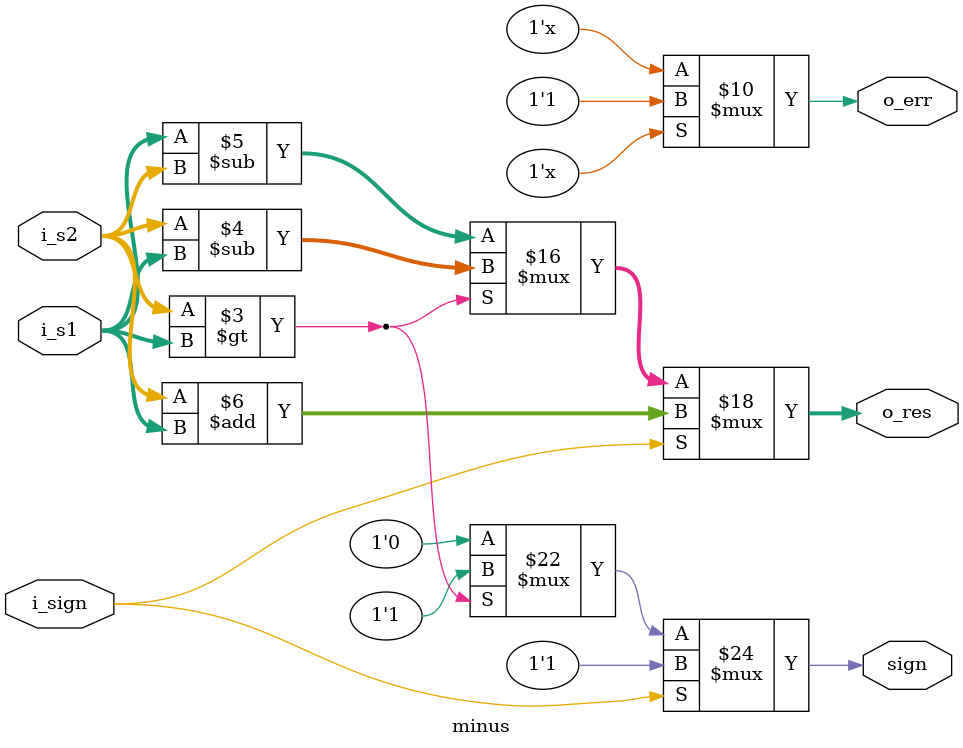
<source format=v>
module minus(
input i_sign,
input [39:0] i_s1,
input [39:0] i_s2,
output reg [39:0] o_res,
output reg sign,
output reg o_err
);

always @ (*)
	begin
		if( !i_sign )
			begin
				if( i_s2 > i_s1 ) 
					begin
						sign <= 1'd1;
						o_res <= i_s2 - i_s1;
					end
				else
					begin
						sign <= 1'd0;
						o_res <= i_s1 - i_s2;
						
					end
			end
		else
			begin
				sign <= 1'd1;
				o_res <= i_s2 + i_s1;
			end

			
			

		if( sign ) 
			begin
				if( o_res > 40'd99999 )
					begin
						o_err = 1'd1;
					end
			end
		else
			begin
				if( o_res > 40'd999999 )
					begin
						o_err = 1'd1;
					end
			end
	end
endmodule

</source>
